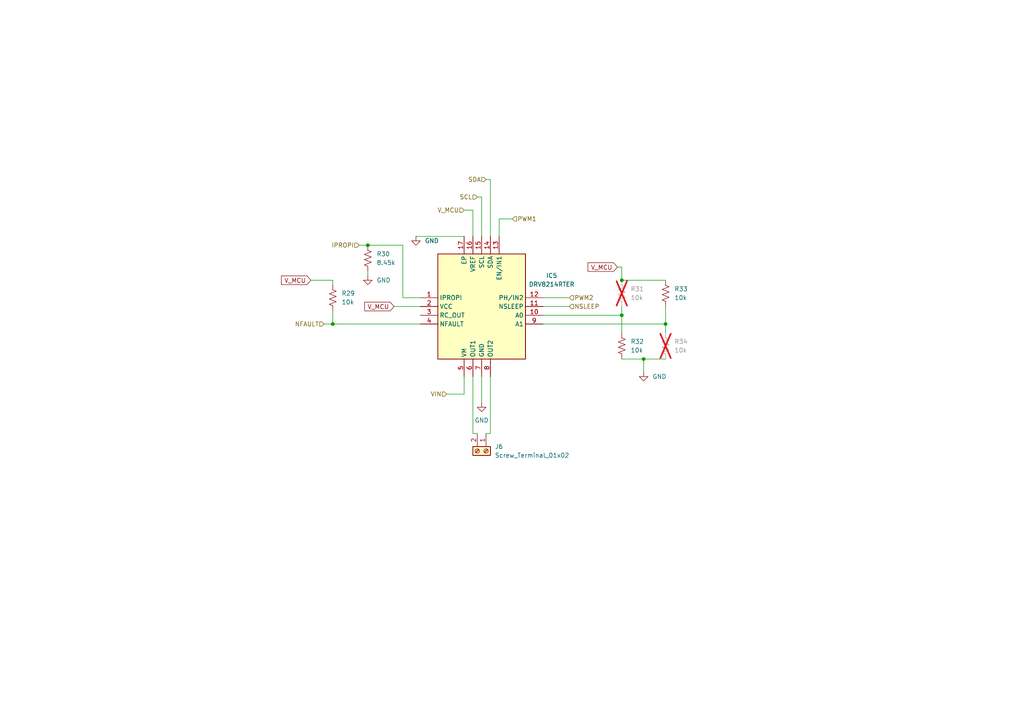
<source format=kicad_sch>
(kicad_sch (version 20250114) (generator "eeschema") (generator_version "9.0")
  (paper "A4")
  (lib_symbols
    (symbol "Connector:Screw_Terminal_01x02" (pin_names (offset 1.016) (hide yes))
      (property "Reference" "J" (at 0 2.54 0))
      (property "Value" "Screw_Terminal_01x02" (at 0 -5.08 0))
      (symbol "Screw_Terminal_01x02_1_1"
        (rectangle (start -1.27 1.27) (end 1.27 -3.81) (stroke (width 0.254)) (fill (type background)))
        (polyline (pts (xy -0.5334 0.3302) (xy 0.3302 -0.508)) (stroke (width 0.1524)))
        (polyline (pts (xy -0.5334 -2.2098) (xy 0.3302 -3.048)) (stroke (width 0.1524)))
        (polyline (pts (xy -0.3556 0.508) (xy 0.508 -0.3302)) (stroke (width 0.1524)))
        (polyline (pts (xy -0.3556 -2.032) (xy 0.508 -2.8702)) (stroke (width 0.1524)))
        (circle (center 0 0) (radius 0.635) (stroke (width 0.1524)))
        (circle (center 0 -2.54) (radius 0.635) (stroke (width 0.1524)))
        (pin passive line (at -5.08 0 0) (length 3.81) (name "Pin_1") (number "1"))
        (pin passive line (at -5.08 -2.54 0) (length 3.81) (name "Pin_2") (number "2"))
      )
    )
    (symbol "Device:R_US" (pin_numbers (hide yes)) (pin_names (offset 0))
      (property "Reference" "R" (at 2.54 0 90))
      (property "Value" "R_US" (at -2.54 0 90))
      (symbol "R_US_0_1"
        (polyline (pts (xy 0 2.286) (xy 0 2.54)))
        (polyline (pts (xy 0 2.286) (xy 1.016 1.905) (xy 0 1.524) (xy -1.016 1.143) (xy 0 0.762)))
        (polyline (pts (xy 0 0.762) (xy 1.016 0.381) (xy 0 0) (xy -1.016 -0.381) (xy 0 -0.762)))
        (polyline (pts (xy 0 -0.762) (xy 1.016 -1.143) (xy 0 -1.524) (xy -1.016 -1.905) (xy 0 -2.286)))
        (polyline (pts (xy 0 -2.286) (xy 0 -2.54)))
      )
      (symbol "R_US_1_1"
        (pin passive line (at 0 3.81 270) (length 1.27) (name "~") (number "1"))
        (pin passive line (at 0 -3.81 90) (length 1.27) (name "~") (number "2"))
      )
    )
    (symbol "SamacSys_Parts:DRV8214RTER"
      (property "Reference" "IC" (at 31.75 17.78 0))
      (property "Value" "DRV8214RTER" (at 31.75 15.24 0))
      (symbol "DRV8214RTER_1_1"
        (rectangle (start 5.08 12.7) (end 30.48 -17.78) (stroke (width 0.254)) (fill (type background)))
        (pin passive line (at 0 0 0) (length 5.08) (name "IPROPI") (number "1"))
        (pin passive line (at 0 -2.54 0) (length 5.08) (name "VCC") (number "2"))
        (pin passive line (at 0 -5.08 0) (length 5.08) (name "RC_OUT") (number "3"))
        (pin passive line (at 0 -7.62 0) (length 5.08) (name "NFAULT") (number "4"))
        (pin passive line (at 12.7 17.78 270) (length 5.08) (name "EP") (number "17"))
        (pin passive line (at 12.7 -22.86 90) (length 5.08) (name "VM") (number "5"))
        (pin passive line (at 15.24 17.78 270) (length 5.08) (name "VREF") (number "16"))
        (pin passive line (at 15.24 -22.86 90) (length 5.08) (name "OUT1") (number "6"))
        (pin passive line (at 17.78 17.78 270) (length 5.08) (name "SCL") (number "15"))
        (pin passive line (at 17.78 -22.86 90) (length 5.08) (name "GND") (number "7"))
        (pin passive line (at 20.32 17.78 270) (length 5.08) (name "SDA") (number "14"))
        (pin passive line (at 20.32 -22.86 90) (length 5.08) (name "OUT2") (number "8"))
        (pin passive line (at 22.86 17.78 270) (length 5.08) (name "EN/IN1") (number "13"))
        (pin passive line (at 35.56 0 180) (length 5.08) (name "PH/IN2") (number "12"))
        (pin passive line (at 35.56 -2.54 180) (length 5.08) (name "NSLEEP") (number "11"))
        (pin passive line (at 35.56 -5.08 180) (length 5.08) (name "A0") (number "10"))
        (pin passive line (at 35.56 -7.62 180) (length 5.08) (name "A1") (number "9"))
      )
    )
    (symbol "power:GND" (power) (pin_numbers (hide yes)) (pin_names (offset 0) (hide yes))
      (property "Value" "GND" (at 0 -3.81 0))
      (symbol "GND_0_1"
        (polyline (pts (xy 0 0) (xy 0 -1.27) (xy 1.27 -1.27) (xy 0 -2.54) (xy -1.27 -1.27) (xy 0 -1.27)))
      )
      (symbol "GND_1_1"
        (pin power_in line (at 0 0 270) (length 0) (name "~") (number "1"))
      )
    )
  )
  (junction (at 180.34 81.28))
  (junction (at 186.69 104.14))
  (junction (at 96.52 93.98))
  (junction (at 106.68 71.12))
  (junction (at 193.04 93.98))
  (junction (at 180.34 91.44))
  (wire (pts (xy 134.62 60.96) (xy 137.16 60.96)))
  (wire (pts (xy 157.48 88.9) (xy 165.1 88.9)))
  (wire (pts (xy 139.7 57.15) (xy 139.7 68.58)))
  (wire (pts (xy 140.97 125.73) (xy 142.24 125.73)))
  (wire (pts (xy 93.98 93.98) (xy 96.52 93.98)))
  (wire (pts (xy 137.16 60.96) (xy 137.16 68.58)))
  (wire (pts (xy 157.48 91.44) (xy 180.34 91.44)))
  (wire (pts (xy 116.84 71.12) (xy 106.68 71.12)))
  (wire (pts (xy 129.54 114.3) (xy 134.62 114.3)))
  (wire (pts (xy 134.62 114.3) (xy 134.62 109.22)))
  (wire (pts (xy 90.17 81.28) (xy 96.52 81.28)))
  (wire (pts (xy 121.92 86.36) (xy 116.84 86.36)))
  (wire (pts (xy 96.52 90.17) (xy 96.52 93.98)))
  (wire (pts (xy 139.7 109.22) (xy 139.7 116.84)))
  (wire (pts (xy 142.24 52.07) (xy 142.24 68.58)))
  (wire (pts (xy 180.34 91.44) (xy 180.34 88.9)))
  (wire (pts (xy 138.43 57.15) (xy 139.7 57.15)))
  (wire (pts (xy 193.04 93.98) (xy 193.04 96.52)))
  (wire (pts (xy 180.34 96.52) (xy 180.34 91.44)))
  (wire (pts (xy 193.04 88.9) (xy 193.04 93.98)))
  (wire (pts (xy 180.34 104.14) (xy 186.69 104.14)))
  (wire (pts (xy 186.69 104.14) (xy 193.04 104.14)))
  (wire (pts (xy 142.24 125.73) (xy 142.24 109.22)))
  (wire (pts (xy 138.43 125.73) (xy 137.16 125.73)))
  (wire (pts (xy 144.78 63.5) (xy 148.59 63.5)))
  (wire (pts (xy 114.3 88.9) (xy 121.92 88.9)))
  (wire (pts (xy 180.34 81.28) (xy 180.34 77.47)))
  (wire (pts (xy 106.68 78.74) (xy 106.68 80.01)))
  (wire (pts (xy 180.34 81.28) (xy 193.04 81.28)))
  (wire (pts (xy 157.48 93.98) (xy 193.04 93.98)))
  (wire (pts (xy 140.97 52.07) (xy 142.24 52.07)))
  (wire (pts (xy 116.84 86.36) (xy 116.84 71.12)))
  (wire (pts (xy 137.16 125.73) (xy 137.16 109.22)))
  (wire (pts (xy 186.69 104.14) (xy 186.69 107.95)))
  (wire (pts (xy 157.48 86.36) (xy 165.1 86.36)))
  (wire (pts (xy 180.34 77.47) (xy 179.07 77.47)))
  (wire (pts (xy 120.65 68.58) (xy 134.62 68.58)))
  (wire (pts (xy 96.52 81.28) (xy 96.52 82.55)))
  (wire (pts (xy 104.14 71.12) (xy 106.68 71.12)))
  (wire (pts (xy 144.78 68.58) (xy 144.78 63.5)))
  (wire (pts (xy 96.52 93.98) (xy 121.92 93.98)))
  (global_label "V_MCU" (shape input) (at 90.17 81.28 180) (property "Intersheetrefs" "${INTERSHEET_REFS}" (effects (hide yes))))
  (global_label "V_MCU" (shape input) (at 179.07 77.47 180) (property "Intersheetrefs" "${INTERSHEET_REFS}" (effects (hide yes))))
  (global_label "V_MCU" (shape input) (at 114.3 88.9 180) (property "Intersheetrefs" "${INTERSHEET_REFS}" (effects (hide yes))))
  (hierarchical_label "SCL" (shape input) (at 138.43 57.15 180))
  (hierarchical_label "IPROPI" (shape input) (at 104.14 71.12 180))
  (hierarchical_label "NSLEEP" (shape input) (at 165.1 88.9 0))
  (hierarchical_label "PWM1" (shape input) (at 148.59 63.5 0))
  (hierarchical_label "NFAULT" (shape input) (at 93.98 93.98 180))
  (hierarchical_label "V_MCU" (shape input) (at 134.62 60.96 180))
  (hierarchical_label "VIN" (shape input) (at 129.54 114.3 180))
  (hierarchical_label "SDA" (shape input) (at 140.97 52.07 180))
  (hierarchical_label "PWM2" (shape input) (at 165.1 86.36 0))
  (symbol (lib_id "Device:R_US") (at 193.04 100.33 0) (unit 1) (dnp yes)
    (property "Reference" "R34" (at 195.58 99.0599 0) (effects (justify left)))
    (property "Value" "10k" (at 195.58 101.5999 0) (effects (justify left)))
    (property "Footprint" "Resistor_SMD:R_0603_1608Metric_Pad0.98x0.95mm_HandSolder" (effects (hide yes)))
    (property "Description" "Resistor, US symbol" (effects (hide yes)))
  )
  (symbol (lib_id "Device:R_US") (at 96.52 86.36 0) (unit 1)
    (property "Reference" "R29" (at 99.06 85.0899 0) (effects (justify left)))
    (property "Value" "10k" (at 99.06 87.6299 0) (effects (justify left)))
    (property "Footprint" "Resistor_SMD:R_0603_1608Metric_Pad0.98x0.95mm_HandSolder" (effects (hide yes)))
    (property "Description" "Resistor, US symbol" (effects (hide yes)))
  )
  (symbol (lib_id "Device:R_US") (at 180.34 100.33 0) (unit 1)
    (property "Reference" "R32" (at 182.88 99.0599 0) (effects (justify left)))
    (property "Value" "10k" (at 182.88 101.5999 0) (effects (justify left)))
    (property "Footprint" "Resistor_SMD:R_0603_1608Metric_Pad0.98x0.95mm_HandSolder" (effects (hide yes)))
    (property "Description" "Resistor, US symbol" (effects (hide yes)))
  )
  (symbol (lib_id "power:GND") (at 120.65 68.58 0) (unit 1)
    (property "Reference" "#PWR038" (effects (hide yes)))
    (property "Value" "GND" (at 123.19 69.8499 0) (effects (justify left)))
    (property "Description" "Power symbol creates a global label with name \"GND\" , ground" (effects (hide yes)))
  )
  (symbol (lib_id "power:GND") (at 106.68 80.01 0) (unit 1)
    (property "Reference" "#PWR037" (effects (hide yes)))
    (property "Value" "GND" (at 109.22 81.2799 0) (effects (justify left)))
    (property "Description" "Power symbol creates a global label with name \"GND\" , ground" (effects (hide yes)))
  )
  (symbol (lib_id "power:GND") (at 186.69 107.95 0) (unit 1)
    (property "Reference" "#PWR040" (effects (hide yes)))
    (property "Value" "GND" (at 189.23 109.2199 0) (effects (justify left)))
    (property "Description" "Power symbol creates a global label with name \"GND\" , ground" (effects (hide yes)))
  )
  (symbol (lib_id "Connector:Screw_Terminal_01x02") (at 140.97 130.81 270) (unit 1)
    (property "Reference" "J6" (at 143.51 129.5399 90) (effects (justify left)))
    (property "Value" "Screw_Terminal_01x02" (at 143.51 132.0799 90) (effects (justify left)))
    (property "Footprint" "Connector_Phoenix_GMSTB:PhoenixContact_GMSTBA_2,5_2-G_1x02_P7.50mm_Horizontal" (effects (hide yes)))
    (property "Description" "Generic screw terminal, single row, 01x02, script generated (kicad-library-utils/schlib/autogen/connector/)" (effects (hide yes)))
  )
  (symbol (lib_id "Device:R_US") (at 193.04 85.09 0) (unit 1)
    (property "Reference" "R33" (at 195.58 83.8199 0) (effects (justify left)))
    (property "Value" "10k" (at 195.58 86.3599 0) (effects (justify left)))
    (property "Footprint" "Resistor_SMD:R_0603_1608Metric_Pad0.98x0.95mm_HandSolder" (effects (hide yes)))
    (property "Description" "Resistor, US symbol" (effects (hide yes)))
  )
  (symbol (lib_id "SamacSys_Parts:DRV8214RTER") (at 121.92 86.36 0) (unit 1)
    (property "Reference" "IC5" (at 160.02 79.9398 0))
    (property "Value" "DRV8214RTER" (at 160.02 82.4798 0))
    (property "Footprint" "SamacSys_Parts:QFN50P300X300X80-17N-D" (effects (hide yes)))
    (property "Datasheet" "https://www.ti.com/lit/ds/symlink/drv8214.pdf?ts=1709730200309&ref_url=https%253A%252F%252Fwww.ti.com.cn%252Fproduct%252Fcn%252FDRV8214" (effects (hide yes)))
    (property "Description" "Motor / Motion / Ignition Controllers & Drivers SINGLE H-BRIDGE MOTOR DRIVER" (effects (hide yes)))
    (property "Height" "0.8" (effects (hide yes)))
    (property "Mouser Part Number" "595-DRV8214RTER" (effects (hide yes)))
    (property "Mouser Price/Stock" "https://www.mouser.co.uk/ProductDetail/Texas-Instruments/DRV8214RTER?qs=mELouGlnn3fqZoe89rAgMA%3D%3D" (effects (hide yes)))
    (property "Manufacturer_Name" "Texas Instruments" (effects (hide yes)))
    (property "Manufacturer_Part_Number" "DRV8214RTER" (effects (hide yes)))
  )
  (symbol (lib_id "Device:R_US") (at 180.34 85.09 0) (unit 1) (dnp yes)
    (property "Reference" "R31" (at 182.88 83.8199 0) (effects (justify left)))
    (property "Value" "10k" (at 182.88 86.3599 0) (effects (justify left)))
    (property "Footprint" "Resistor_SMD:R_0603_1608Metric_Pad0.98x0.95mm_HandSolder" (effects (hide yes)))
    (property "Description" "Resistor, US symbol" (effects (hide yes)))
  )
  (symbol (lib_id "power:GND") (at 139.7 116.84 0) (unit 1)
    (property "Reference" "#PWR039" (effects (hide yes)))
    (property "Value" "GND" (at 139.7 121.92 0))
    (property "Description" "Power symbol creates a global label with name \"GND\" , ground" (effects (hide yes)))
  )
  (symbol (lib_id "Device:R_US") (at 106.68 74.93 0) (unit 1)
    (property "Reference" "R30" (at 109.22 73.6599 0) (effects (justify left)))
    (property "Value" "8.45k" (at 109.22 76.1999 0) (effects (justify left)))
    (property "Footprint" "Resistor_SMD:R_0603_1608Metric_Pad0.98x0.95mm_HandSolder" (effects (hide yes)))
    (property "Description" "Resistor, US symbol" (effects (hide yes)))
  )
)
</source>
